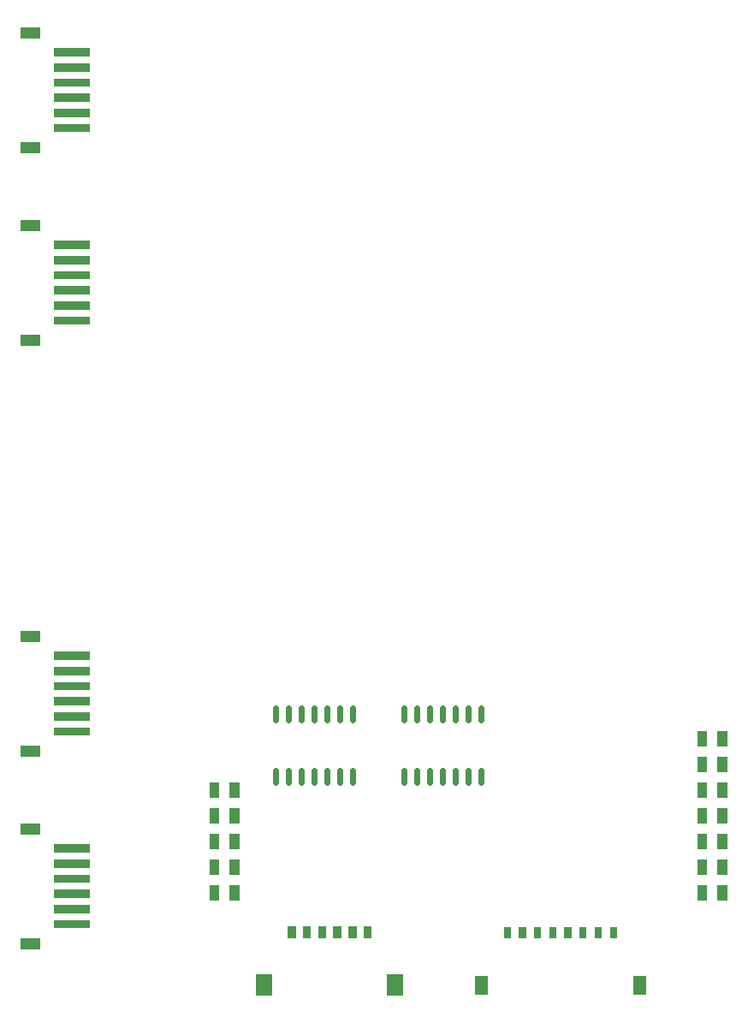
<source format=gbp>
G04 Layer: BottomPasteMaskLayer*
G04 EasyEDA v6.4.17, 2021-03-06T13:06:27--8:00*
G04 8048d1b9ce964284ad8fe1d85055880a,b5aacd518854429a9b9924e8a25dcfd8,10*
G04 Gerber Generator version 0.2*
G04 Scale: 100 percent, Rotated: No, Reflected: No *
G04 Dimensions in inches *
G04 leading zeros omitted , absolute positions ,3 integer and 6 decimal *
%FSLAX36Y36*%
%MOIN*%

%ADD26C,0.0236*%

%LPD*%
D26*
X1300000Y-1098427D02*
G01*
X1300000Y-1145671D01*
X1250000Y-1098427D02*
G01*
X1250000Y-1145671D01*
X1200000Y-1098427D02*
G01*
X1200000Y-1145671D01*
X1150000Y-1098427D02*
G01*
X1150000Y-1145671D01*
X1100000Y-1098427D02*
G01*
X1100000Y-1145671D01*
X1050000Y-1098427D02*
G01*
X1050000Y-1145671D01*
X1000000Y-1098427D02*
G01*
X1000000Y-1145671D01*
X1300000Y-854328D02*
G01*
X1300000Y-901572D01*
X1250000Y-854328D02*
G01*
X1250000Y-901572D01*
X1200000Y-854328D02*
G01*
X1200000Y-901572D01*
X1150000Y-854328D02*
G01*
X1150000Y-901572D01*
X1100000Y-854328D02*
G01*
X1100000Y-901572D01*
X1050000Y-854328D02*
G01*
X1050000Y-901572D01*
X1000000Y-854328D02*
G01*
X1000000Y-901572D01*
X1800000Y-1098427D02*
G01*
X1800000Y-1145671D01*
X1750000Y-1098427D02*
G01*
X1750000Y-1145671D01*
X1700000Y-1098427D02*
G01*
X1700000Y-1145671D01*
X1650000Y-1098427D02*
G01*
X1650000Y-1145671D01*
X1600000Y-1098427D02*
G01*
X1600000Y-1145671D01*
X1550000Y-1098427D02*
G01*
X1550000Y-1145671D01*
X1500000Y-1098427D02*
G01*
X1500000Y-1145671D01*
X1800000Y-854328D02*
G01*
X1800000Y-901572D01*
X1750000Y-854328D02*
G01*
X1750000Y-901572D01*
X1700000Y-854328D02*
G01*
X1700000Y-901572D01*
X1650000Y-854328D02*
G01*
X1650000Y-901572D01*
X1600000Y-854328D02*
G01*
X1600000Y-901572D01*
X1550000Y-854328D02*
G01*
X1550000Y-901572D01*
X1500000Y-854328D02*
G01*
X1500000Y-901572D01*
G36*
X2301103Y-1751653D02*
G01*
X2328662Y-1751653D01*
X2328662Y-1708346D01*
X2301103Y-1708346D01*
G37*
G36*
X2242048Y-1751653D02*
G01*
X2269607Y-1751653D01*
X2269607Y-1708346D01*
X2242048Y-1708346D01*
G37*
G36*
X2123937Y-1751653D02*
G01*
X2151498Y-1751653D01*
X2151498Y-1708346D01*
X2123937Y-1708346D01*
G37*
G36*
X2182992Y-1751653D02*
G01*
X2210553Y-1751653D01*
X2210553Y-1708346D01*
X2182992Y-1708346D01*
G37*
G36*
X2064882Y-1751653D02*
G01*
X2092443Y-1751653D01*
X2092443Y-1708346D01*
X2064882Y-1708346D01*
G37*
G36*
X2005826Y-1751653D02*
G01*
X2033387Y-1751653D01*
X2033387Y-1708346D01*
X2005826Y-1708346D01*
G37*
G36*
X1946772Y-1751653D02*
G01*
X1974332Y-1751653D01*
X1974332Y-1708346D01*
X1946772Y-1708346D01*
G37*
G36*
X1887717Y-1751653D02*
G01*
X1915276Y-1751653D01*
X1915276Y-1708346D01*
X1887717Y-1708346D01*
G37*
G36*
X2391142Y-1972441D02*
G01*
X2442323Y-1972441D01*
X2442323Y-1897638D01*
X2391142Y-1897638D01*
G37*
G36*
X1774056Y-1972441D02*
G01*
X1825237Y-1972441D01*
X1825237Y-1897638D01*
X1774056Y-1897638D01*
G37*
G36*
X1341926Y-1752676D02*
G01*
X1373423Y-1752676D01*
X1373423Y-1705432D01*
X1341926Y-1705432D01*
G37*
G36*
X1282876Y-1752676D02*
G01*
X1314372Y-1752676D01*
X1314372Y-1705432D01*
X1282876Y-1705432D01*
G37*
G36*
X1164767Y-1752676D02*
G01*
X1196262Y-1752676D01*
X1196262Y-1705432D01*
X1164767Y-1705432D01*
G37*
G36*
X1223816Y-1753071D02*
G01*
X1255312Y-1753071D01*
X1255312Y-1705039D01*
X1223816Y-1705039D01*
G37*
G36*
X1105707Y-1752676D02*
G01*
X1137202Y-1752676D01*
X1137202Y-1705432D01*
X1105707Y-1705432D01*
G37*
G36*
X1046656Y-1752676D02*
G01*
X1078153Y-1752676D01*
X1078153Y-1705432D01*
X1046656Y-1705432D01*
G37*
G36*
X1432992Y-1975434D02*
G01*
X1495985Y-1975434D01*
X1495985Y-1892755D01*
X1432992Y-1892755D01*
G37*
G36*
X922597Y-1975434D02*
G01*
X985590Y-1975434D01*
X985590Y-1892755D01*
X922597Y-1892755D01*
G37*
G36*
X2680315Y-944488D02*
G01*
X2640945Y-944488D01*
X2640945Y-1005511D01*
X2680315Y-1005511D01*
G37*
G36*
X2759054Y-944488D02*
G01*
X2719684Y-944488D01*
X2719684Y-1005511D01*
X2759054Y-1005511D01*
G37*
G36*
X2680315Y-1044488D02*
G01*
X2640945Y-1044488D01*
X2640945Y-1105511D01*
X2680315Y-1105511D01*
G37*
G36*
X2759054Y-1044488D02*
G01*
X2719684Y-1044488D01*
X2719684Y-1105511D01*
X2759054Y-1105511D01*
G37*
G36*
X2680315Y-1144488D02*
G01*
X2640945Y-1144488D01*
X2640945Y-1205511D01*
X2680315Y-1205511D01*
G37*
G36*
X2759054Y-1144488D02*
G01*
X2719684Y-1144488D01*
X2719684Y-1205511D01*
X2759054Y-1205511D01*
G37*
G36*
X2680315Y-1244488D02*
G01*
X2640945Y-1244488D01*
X2640945Y-1305511D01*
X2680315Y-1305511D01*
G37*
G36*
X2759054Y-1244488D02*
G01*
X2719684Y-1244488D01*
X2719684Y-1305511D01*
X2759054Y-1305511D01*
G37*
G36*
X2680315Y-1344488D02*
G01*
X2640945Y-1344488D01*
X2640945Y-1405511D01*
X2680315Y-1405511D01*
G37*
G36*
X2759054Y-1344488D02*
G01*
X2719684Y-1344488D01*
X2719684Y-1405511D01*
X2759054Y-1405511D01*
G37*
G36*
X2680315Y-1444488D02*
G01*
X2640945Y-1444488D01*
X2640945Y-1505511D01*
X2680315Y-1505511D01*
G37*
G36*
X2759054Y-1444488D02*
G01*
X2719684Y-1444488D01*
X2719684Y-1505511D01*
X2759054Y-1505511D01*
G37*
G36*
X2680315Y-1544488D02*
G01*
X2640945Y-1544488D01*
X2640945Y-1605511D01*
X2680315Y-1605511D01*
G37*
G36*
X2759054Y-1544488D02*
G01*
X2719684Y-1544488D01*
X2719684Y-1605511D01*
X2759054Y-1605511D01*
G37*
G36*
X819684Y-1605511D02*
G01*
X859054Y-1605511D01*
X859054Y-1544488D01*
X819684Y-1544488D01*
G37*
G36*
X740945Y-1605511D02*
G01*
X780315Y-1605511D01*
X780315Y-1544488D01*
X740945Y-1544488D01*
G37*
G36*
X819684Y-1505511D02*
G01*
X859054Y-1505511D01*
X859054Y-1444488D01*
X819684Y-1444488D01*
G37*
G36*
X740945Y-1505511D02*
G01*
X780315Y-1505511D01*
X780315Y-1444488D01*
X740945Y-1444488D01*
G37*
G36*
X819684Y-1405511D02*
G01*
X859054Y-1405511D01*
X859054Y-1344488D01*
X819684Y-1344488D01*
G37*
G36*
X740945Y-1405511D02*
G01*
X780315Y-1405511D01*
X780315Y-1344488D01*
X740945Y-1344488D01*
G37*
G36*
X819684Y-1305511D02*
G01*
X859054Y-1305511D01*
X859054Y-1244488D01*
X819684Y-1244488D01*
G37*
G36*
X740945Y-1305511D02*
G01*
X780315Y-1305511D01*
X780315Y-1244488D01*
X740945Y-1244488D01*
G37*
G36*
X819684Y-1205511D02*
G01*
X859054Y-1205511D01*
X859054Y-1144488D01*
X819684Y-1144488D01*
G37*
G36*
X740945Y-1205511D02*
G01*
X780315Y-1205511D01*
X780315Y-1144488D01*
X740945Y-1144488D01*
G37*
G36*
X136813Y1713384D02*
G01*
X136813Y1681889D01*
X274607Y1681889D01*
X274607Y1713384D01*
G37*
G36*
X136813Y1654331D02*
G01*
X136813Y1622834D01*
X274607Y1622834D01*
X274607Y1654331D01*
G37*
G36*
X136813Y1595273D02*
G01*
X136813Y1563778D01*
X274607Y1563778D01*
X274607Y1595273D01*
G37*
G36*
X136813Y1536219D02*
G01*
X136813Y1504722D01*
X274607Y1504722D01*
X274607Y1536219D01*
G37*
G36*
X136813Y1477165D02*
G01*
X136813Y1445668D01*
X274607Y1445668D01*
X274607Y1477165D01*
G37*
G36*
X136813Y1418110D02*
G01*
X136813Y1386613D01*
X274607Y1386613D01*
X274607Y1418110D01*
G37*
G36*
X6891Y1796062D02*
G01*
X6891Y1752755D01*
X81694Y1752755D01*
X81694Y1796062D01*
G37*
G36*
X6891Y1347244D02*
G01*
X6891Y1303937D01*
X81694Y1303937D01*
X81694Y1347244D01*
G37*
G36*
X136813Y963384D02*
G01*
X136813Y931889D01*
X274607Y931889D01*
X274607Y963384D01*
G37*
G36*
X136813Y904331D02*
G01*
X136813Y872834D01*
X274607Y872834D01*
X274607Y904331D01*
G37*
G36*
X136813Y845273D02*
G01*
X136813Y813778D01*
X274607Y813778D01*
X274607Y845273D01*
G37*
G36*
X136813Y786219D02*
G01*
X136813Y754722D01*
X274607Y754722D01*
X274607Y786219D01*
G37*
G36*
X136813Y727165D02*
G01*
X136813Y695668D01*
X274607Y695668D01*
X274607Y727165D01*
G37*
G36*
X136813Y668110D02*
G01*
X136813Y636613D01*
X274607Y636613D01*
X274607Y668110D01*
G37*
G36*
X6891Y1046062D02*
G01*
X6891Y1002755D01*
X81694Y1002755D01*
X81694Y1046062D01*
G37*
G36*
X6891Y597244D02*
G01*
X6891Y553937D01*
X81694Y553937D01*
X81694Y597244D01*
G37*
G36*
X136813Y-636615D02*
G01*
X136813Y-668110D01*
X274607Y-668110D01*
X274607Y-636615D01*
G37*
G36*
X136813Y-695668D02*
G01*
X136813Y-727165D01*
X274607Y-727165D01*
X274607Y-695668D01*
G37*
G36*
X136813Y-754726D02*
G01*
X136813Y-786221D01*
X274607Y-786221D01*
X274607Y-754726D01*
G37*
G36*
X136813Y-813780D02*
G01*
X136813Y-845277D01*
X274607Y-845277D01*
X274607Y-813780D01*
G37*
G36*
X136813Y-872834D02*
G01*
X136813Y-904331D01*
X274607Y-904331D01*
X274607Y-872834D01*
G37*
G36*
X136813Y-931889D02*
G01*
X136813Y-963386D01*
X274607Y-963386D01*
X274607Y-931889D01*
G37*
G36*
X6891Y-553937D02*
G01*
X6891Y-597244D01*
X81694Y-597244D01*
X81694Y-553937D01*
G37*
G36*
X6891Y-1002755D02*
G01*
X6891Y-1046062D01*
X81694Y-1046062D01*
X81694Y-1002755D01*
G37*
G36*
X136813Y-1386615D02*
G01*
X136813Y-1418110D01*
X274607Y-1418110D01*
X274607Y-1386615D01*
G37*
G36*
X136813Y-1445668D02*
G01*
X136813Y-1477165D01*
X274607Y-1477165D01*
X274607Y-1445668D01*
G37*
G36*
X136813Y-1504726D02*
G01*
X136813Y-1536221D01*
X274607Y-1536221D01*
X274607Y-1504726D01*
G37*
G36*
X136813Y-1563780D02*
G01*
X136813Y-1595277D01*
X274607Y-1595277D01*
X274607Y-1563780D01*
G37*
G36*
X136813Y-1622834D02*
G01*
X136813Y-1654331D01*
X274607Y-1654331D01*
X274607Y-1622834D01*
G37*
G36*
X136813Y-1681889D02*
G01*
X136813Y-1713386D01*
X274607Y-1713386D01*
X274607Y-1681889D01*
G37*
G36*
X6891Y-1303937D02*
G01*
X6891Y-1347244D01*
X81694Y-1347244D01*
X81694Y-1303937D01*
G37*
G36*
X6891Y-1752755D02*
G01*
X6891Y-1796062D01*
X81694Y-1796062D01*
X81694Y-1752755D01*
G37*
M02*

</source>
